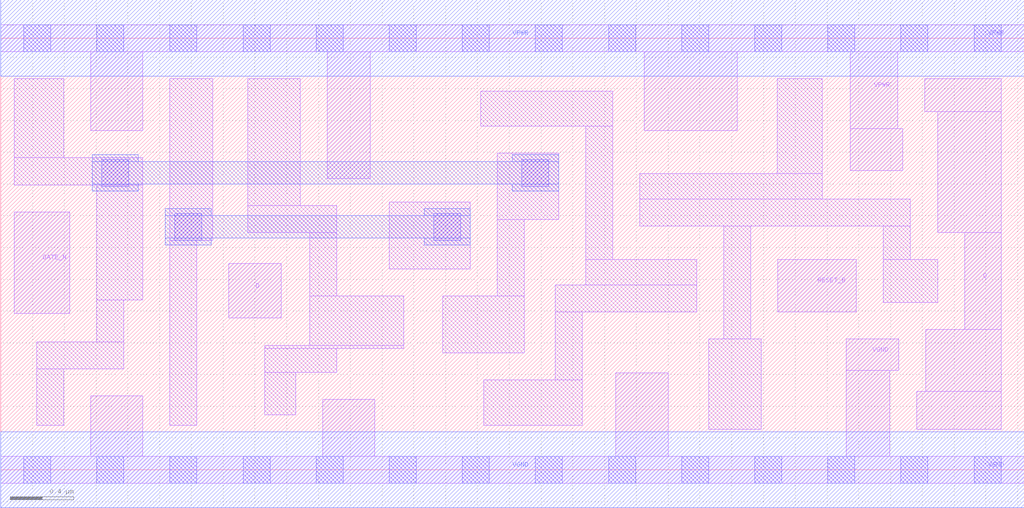
<source format=lef>
# Copyright 2020 The SkyWater PDK Authors
#
# Licensed under the Apache License, Version 2.0 (the "License");
# you may not use this file except in compliance with the License.
# You may obtain a copy of the License at
#
#     https://www.apache.org/licenses/LICENSE-2.0
#
# Unless required by applicable law or agreed to in writing, software
# distributed under the License is distributed on an "AS IS" BASIS,
# WITHOUT WARRANTIES OR CONDITIONS OF ANY KIND, either express or implied.
# See the License for the specific language governing permissions and
# limitations under the License.
#
# SPDX-License-Identifier: Apache-2.0

VERSION 5.7 ;
  NAMESCASESENSITIVE ON ;
  NOWIREEXTENSIONATPIN ON ;
  DIVIDERCHAR "/" ;
  BUSBITCHARS "[]" ;
UNITS
  DATABASE MICRONS 200 ;
END UNITS
PROPERTYDEFINITIONS
  MACRO maskLayoutSubType STRING ;
  MACRO prCellType STRING ;
  MACRO originalViewName STRING ;
END PROPERTYDEFINITIONS
MACRO sky130_fd_sc_hdll__dlrtn_1
  CLASS CORE ;
  FOREIGN sky130_fd_sc_hdll__dlrtn_1 ;
  ORIGIN  0.000000  0.000000 ;
  SIZE  6.440000 BY  2.720000 ;
  SYMMETRY X Y R90 ;
  SITE unithd ;
  PIN D
    ANTENNAGATEAREA  0.178200 ;
    DIRECTION INPUT ;
    USE SIGNAL ;
    PORT
      LAYER li1 ;
        RECT 1.435000 0.955000 1.765000 1.300000 ;
    END
  END D
  PIN GATE_N
    ANTENNAGATEAREA  0.178200 ;
    DIRECTION INPUT ;
    USE SIGNAL ;
    PORT
      LAYER li1 ;
        RECT 0.085000 0.985000 0.435000 1.625000 ;
    END
  END GATE_N
  PIN Q
    ANTENNADIFFAREA  0.439000 ;
    DIRECTION OUTPUT ;
    USE SIGNAL ;
    PORT
      LAYER li1 ;
        RECT 5.765000 0.255000 6.295000 0.495000 ;
        RECT 5.815000 2.255000 6.295000 2.465000 ;
        RECT 5.820000 0.495000 6.295000 0.885000 ;
        RECT 5.895000 1.495000 6.295000 2.255000 ;
        RECT 6.065000 0.885000 6.295000 1.495000 ;
    END
  END Q
  PIN RESET_B
    ANTENNAGATEAREA  0.277500 ;
    DIRECTION INPUT ;
    USE SIGNAL ;
    PORT
      LAYER li1 ;
        RECT 4.890000 0.995000 5.385000 1.325000 ;
    END
  END RESET_B
  PIN VGND
    ANTENNADIFFAREA  0.564250 ;
    DIRECTION INOUT ;
    USE SIGNAL ;
    PORT
      LAYER li1 ;
        RECT 0.000000 -0.085000 6.440000 0.085000 ;
        RECT 0.565000  0.085000 0.895000 0.465000 ;
        RECT 2.025000  0.085000 2.355000 0.445000 ;
        RECT 3.870000  0.085000 4.200000 0.610000 ;
        RECT 5.320000  0.085000 5.595000 0.625000 ;
        RECT 5.320000  0.625000 5.650000 0.825000 ;
      LAYER mcon ;
        RECT 0.145000 -0.085000 0.315000 0.085000 ;
        RECT 0.605000 -0.085000 0.775000 0.085000 ;
        RECT 1.065000 -0.085000 1.235000 0.085000 ;
        RECT 1.525000 -0.085000 1.695000 0.085000 ;
        RECT 1.985000 -0.085000 2.155000 0.085000 ;
        RECT 2.445000 -0.085000 2.615000 0.085000 ;
        RECT 2.905000 -0.085000 3.075000 0.085000 ;
        RECT 3.365000 -0.085000 3.535000 0.085000 ;
        RECT 3.825000 -0.085000 3.995000 0.085000 ;
        RECT 4.285000 -0.085000 4.455000 0.085000 ;
        RECT 4.745000 -0.085000 4.915000 0.085000 ;
        RECT 5.205000 -0.085000 5.375000 0.085000 ;
        RECT 5.665000 -0.085000 5.835000 0.085000 ;
        RECT 6.125000 -0.085000 6.295000 0.085000 ;
      LAYER met1 ;
        RECT 0.000000 -0.240000 6.440000 0.240000 ;
    END
  END VGND
  PIN VPWR
    ANTENNADIFFAREA  1.131000 ;
    DIRECTION INOUT ;
    USE SIGNAL ;
    PORT
      LAYER li1 ;
        RECT 0.000000 2.635000 6.440000 2.805000 ;
        RECT 0.565000 2.135000 0.895000 2.635000 ;
        RECT 2.055000 1.835000 2.325000 2.635000 ;
        RECT 4.050000 2.135000 4.635000 2.635000 ;
        RECT 5.345000 1.885000 5.675000 2.150000 ;
        RECT 5.345000 2.150000 5.645000 2.635000 ;
      LAYER mcon ;
        RECT 0.145000 2.635000 0.315000 2.805000 ;
        RECT 0.605000 2.635000 0.775000 2.805000 ;
        RECT 1.065000 2.635000 1.235000 2.805000 ;
        RECT 1.525000 2.635000 1.695000 2.805000 ;
        RECT 1.985000 2.635000 2.155000 2.805000 ;
        RECT 2.445000 2.635000 2.615000 2.805000 ;
        RECT 2.905000 2.635000 3.075000 2.805000 ;
        RECT 3.365000 2.635000 3.535000 2.805000 ;
        RECT 3.825000 2.635000 3.995000 2.805000 ;
        RECT 4.285000 2.635000 4.455000 2.805000 ;
        RECT 4.745000 2.635000 4.915000 2.805000 ;
        RECT 5.205000 2.635000 5.375000 2.805000 ;
        RECT 5.665000 2.635000 5.835000 2.805000 ;
        RECT 6.125000 2.635000 6.295000 2.805000 ;
      LAYER met1 ;
        RECT 0.000000 2.480000 6.440000 2.960000 ;
    END
  END VPWR
  OBS
    LAYER li1 ;
      RECT 0.085000 1.795000 0.895000 1.965000 ;
      RECT 0.085000 1.965000 0.395000 2.465000 ;
      RECT 0.225000 0.280000 0.395000 0.635000 ;
      RECT 0.225000 0.635000 0.775000 0.805000 ;
      RECT 0.605000 0.805000 0.775000 1.070000 ;
      RECT 0.605000 1.070000 0.895000 1.795000 ;
      RECT 1.065000 0.280000 1.235000 1.445000 ;
      RECT 1.065000 1.445000 1.335000 2.465000 ;
      RECT 1.555000 1.495000 2.115000 1.665000 ;
      RECT 1.555000 1.665000 1.885000 2.465000 ;
      RECT 1.660000 0.345000 1.855000 0.615000 ;
      RECT 1.660000 0.615000 2.115000 0.765000 ;
      RECT 1.660000 0.765000 2.535000 0.785000 ;
      RECT 1.945000 0.785000 2.535000 1.095000 ;
      RECT 1.945000 1.095000 2.115000 1.495000 ;
      RECT 2.445000 1.265000 2.955000 1.685000 ;
      RECT 2.780000 0.735000 3.295000 1.095000 ;
      RECT 3.020000 2.165000 3.850000 2.385000 ;
      RECT 3.040000 0.280000 3.660000 0.565000 ;
      RECT 3.125000 1.095000 3.295000 1.575000 ;
      RECT 3.125000 1.575000 3.510000 1.995000 ;
      RECT 3.490000 0.565000 3.660000 0.995000 ;
      RECT 3.490000 0.995000 4.380000 1.165000 ;
      RECT 3.680000 1.165000 4.380000 1.325000 ;
      RECT 3.680000 1.325000 3.850000 2.165000 ;
      RECT 4.020000 1.535000 5.725000 1.705000 ;
      RECT 4.020000 1.705000 5.170000 1.865000 ;
      RECT 4.455000 0.255000 4.785000 0.825000 ;
      RECT 4.550000 0.825000 4.720000 1.535000 ;
      RECT 4.885000 1.865000 5.170000 2.465000 ;
      RECT 5.555000 1.055000 5.895000 1.325000 ;
      RECT 5.555000 1.325000 5.725000 1.535000 ;
    LAYER mcon ;
      RECT 0.635000 1.785000 0.805000 1.955000 ;
      RECT 1.095000 1.445000 1.265000 1.615000 ;
      RECT 2.725000 1.445000 2.895000 1.615000 ;
      RECT 3.280000 1.785000 3.450000 1.955000 ;
    LAYER met1 ;
      RECT 0.575000 1.755000 0.865000 1.800000 ;
      RECT 0.575000 1.800000 3.510000 1.940000 ;
      RECT 0.575000 1.940000 0.865000 1.985000 ;
      RECT 1.035000 1.415000 1.325000 1.460000 ;
      RECT 1.035000 1.460000 2.955000 1.600000 ;
      RECT 1.035000 1.600000 1.325000 1.645000 ;
      RECT 2.665000 1.415000 2.955000 1.460000 ;
      RECT 2.665000 1.600000 2.955000 1.645000 ;
      RECT 3.220000 1.755000 3.510000 1.800000 ;
      RECT 3.220000 1.940000 3.510000 1.985000 ;
  END
  PROPERTY maskLayoutSubType "abstract" ;
  PROPERTY prCellType "standard" ;
  PROPERTY originalViewName "layout" ;
END sky130_fd_sc_hdll__dlrtn_1

</source>
